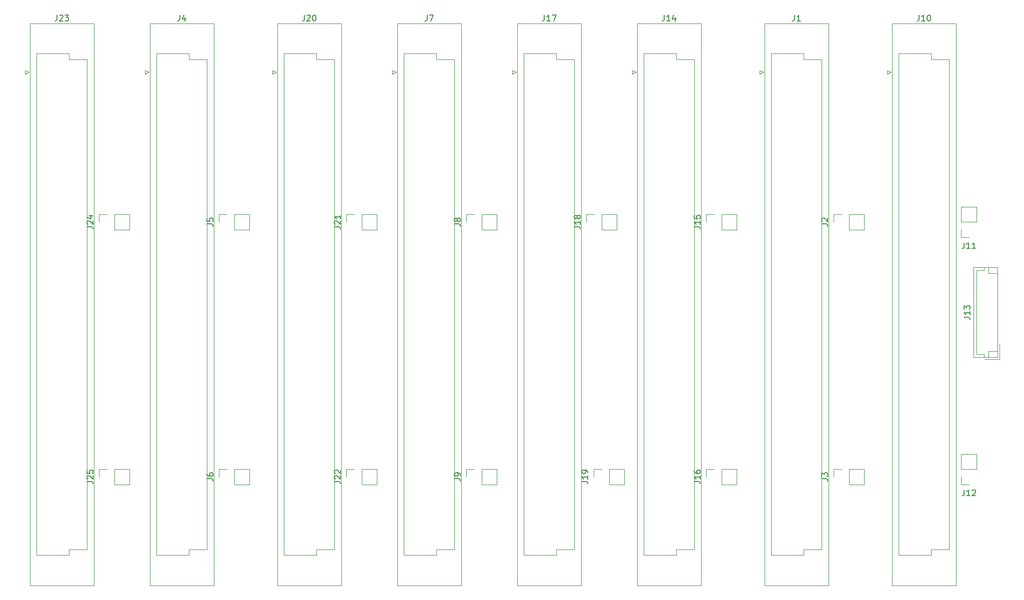
<source format=gbr>
%TF.GenerationSoftware,KiCad,Pcbnew,(5.1.10)-1*%
%TF.CreationDate,2022-01-28T17:59:32+01:00*%
%TF.ProjectId,Backplane,4261636b-706c-4616-9e65-2e6b69636164,rev?*%
%TF.SameCoordinates,Original*%
%TF.FileFunction,Legend,Top*%
%TF.FilePolarity,Positive*%
%FSLAX46Y46*%
G04 Gerber Fmt 4.6, Leading zero omitted, Abs format (unit mm)*
G04 Created by KiCad (PCBNEW (5.1.10)-1) date 2022-01-28 17:59:32*
%MOMM*%
%LPD*%
G01*
G04 APERTURE LIST*
%ADD10C,0.120000*%
%ADD11C,0.150000*%
G04 APERTURE END LIST*
D10*
%TO.C,J1*%
X181280000Y-57800000D02*
X192100000Y-57800000D01*
X192100000Y-57800000D02*
X192100000Y-153020000D01*
X192100000Y-153020000D02*
X181280000Y-153020000D01*
X181280000Y-153020000D02*
X181280000Y-57800000D01*
X181090000Y-66040000D02*
X180410000Y-65740000D01*
X180410000Y-65740000D02*
X180410000Y-66340000D01*
X180410000Y-66340000D02*
X181090000Y-66040000D01*
X182440000Y-62909000D02*
X187940000Y-62909000D01*
X187940000Y-62909000D02*
X187940000Y-63909000D01*
X187940000Y-63909000D02*
X190940000Y-63909000D01*
X190940000Y-63909000D02*
X190940000Y-146910000D01*
X190940000Y-146910000D02*
X187940000Y-146910000D01*
X187940000Y-146910000D02*
X187940000Y-147910000D01*
X187940000Y-147910000D02*
X182440000Y-147910000D01*
X182440000Y-147910000D02*
X182440000Y-62909000D01*
%TO.C,J2*%
X195580000Y-92770000D02*
X195580000Y-90110000D01*
X195580000Y-92770000D02*
X198180000Y-92770000D01*
X198180000Y-92770000D02*
X198180000Y-90110000D01*
X195580000Y-90110000D02*
X198180000Y-90110000D01*
X192980000Y-90110000D02*
X194310000Y-90110000D01*
X192980000Y-91440000D02*
X192980000Y-90110000D01*
%TO.C,J3*%
X195580000Y-135950000D02*
X195580000Y-133290000D01*
X195580000Y-135950000D02*
X198180000Y-135950000D01*
X198180000Y-135950000D02*
X198180000Y-133290000D01*
X195580000Y-133290000D02*
X198180000Y-133290000D01*
X192980000Y-133290000D02*
X194310000Y-133290000D01*
X192980000Y-134620000D02*
X192980000Y-133290000D01*
%TO.C,J4*%
X78300000Y-147910000D02*
X78300000Y-62909000D01*
X83800000Y-147910000D02*
X78300000Y-147910000D01*
X83800000Y-146910000D02*
X83800000Y-147910000D01*
X86800000Y-146910000D02*
X83800000Y-146910000D01*
X86800000Y-63909000D02*
X86800000Y-146910000D01*
X83800000Y-63909000D02*
X86800000Y-63909000D01*
X83800000Y-62909000D02*
X83800000Y-63909000D01*
X78300000Y-62909000D02*
X83800000Y-62909000D01*
X76270000Y-66340000D02*
X76950000Y-66040000D01*
X76270000Y-65740000D02*
X76270000Y-66340000D01*
X76950000Y-66040000D02*
X76270000Y-65740000D01*
X77140000Y-153020000D02*
X77140000Y-57800000D01*
X87960000Y-153020000D02*
X77140000Y-153020000D01*
X87960000Y-57800000D02*
X87960000Y-153020000D01*
X77140000Y-57800000D02*
X87960000Y-57800000D01*
%TO.C,J5*%
X88840000Y-91440000D02*
X88840000Y-90110000D01*
X88840000Y-90110000D02*
X90170000Y-90110000D01*
X91440000Y-90110000D02*
X94040000Y-90110000D01*
X94040000Y-92770000D02*
X94040000Y-90110000D01*
X91440000Y-92770000D02*
X94040000Y-92770000D01*
X91440000Y-92770000D02*
X91440000Y-90110000D01*
%TO.C,J6*%
X88840000Y-134620000D02*
X88840000Y-133290000D01*
X88840000Y-133290000D02*
X90170000Y-133290000D01*
X91440000Y-133290000D02*
X94040000Y-133290000D01*
X94040000Y-135950000D02*
X94040000Y-133290000D01*
X91440000Y-135950000D02*
X94040000Y-135950000D01*
X91440000Y-135950000D02*
X91440000Y-133290000D01*
%TO.C,J7*%
X119050000Y-57800000D02*
X129870000Y-57800000D01*
X129870000Y-57800000D02*
X129870000Y-153020000D01*
X129870000Y-153020000D02*
X119050000Y-153020000D01*
X119050000Y-153020000D02*
X119050000Y-57800000D01*
X118860000Y-66040000D02*
X118180000Y-65740000D01*
X118180000Y-65740000D02*
X118180000Y-66340000D01*
X118180000Y-66340000D02*
X118860000Y-66040000D01*
X120210000Y-62909000D02*
X125710000Y-62909000D01*
X125710000Y-62909000D02*
X125710000Y-63909000D01*
X125710000Y-63909000D02*
X128710000Y-63909000D01*
X128710000Y-63909000D02*
X128710000Y-146910000D01*
X128710000Y-146910000D02*
X125710000Y-146910000D01*
X125710000Y-146910000D02*
X125710000Y-147910000D01*
X125710000Y-147910000D02*
X120210000Y-147910000D01*
X120210000Y-147910000D02*
X120210000Y-62909000D01*
%TO.C,J8*%
X133350000Y-92770000D02*
X133350000Y-90110000D01*
X133350000Y-92770000D02*
X135950000Y-92770000D01*
X135950000Y-92770000D02*
X135950000Y-90110000D01*
X133350000Y-90110000D02*
X135950000Y-90110000D01*
X130750000Y-90110000D02*
X132080000Y-90110000D01*
X130750000Y-91440000D02*
X130750000Y-90110000D01*
%TO.C,J9*%
X130750000Y-134620000D02*
X130750000Y-133290000D01*
X130750000Y-133290000D02*
X132080000Y-133290000D01*
X133350000Y-133290000D02*
X135950000Y-133290000D01*
X135950000Y-135950000D02*
X135950000Y-133290000D01*
X133350000Y-135950000D02*
X135950000Y-135950000D01*
X133350000Y-135950000D02*
X133350000Y-133290000D01*
%TO.C,J10*%
X204030000Y-147910000D02*
X204030000Y-62909000D01*
X209530000Y-147910000D02*
X204030000Y-147910000D01*
X209530000Y-146910000D02*
X209530000Y-147910000D01*
X212530000Y-146910000D02*
X209530000Y-146910000D01*
X212530000Y-63909000D02*
X212530000Y-146910000D01*
X209530000Y-63909000D02*
X212530000Y-63909000D01*
X209530000Y-62909000D02*
X209530000Y-63909000D01*
X204030000Y-62909000D02*
X209530000Y-62909000D01*
X202000000Y-66340000D02*
X202680000Y-66040000D01*
X202000000Y-65740000D02*
X202000000Y-66340000D01*
X202680000Y-66040000D02*
X202000000Y-65740000D01*
X202870000Y-153020000D02*
X202870000Y-57800000D01*
X213690000Y-153020000D02*
X202870000Y-153020000D01*
X213690000Y-57800000D02*
X213690000Y-153020000D01*
X202870000Y-57800000D02*
X213690000Y-57800000D01*
%TO.C,J11*%
X215900000Y-94040000D02*
X214570000Y-94040000D01*
X214570000Y-94040000D02*
X214570000Y-92710000D01*
X214570000Y-91440000D02*
X214570000Y-88840000D01*
X217230000Y-88840000D02*
X214570000Y-88840000D01*
X217230000Y-91440000D02*
X217230000Y-88840000D01*
X217230000Y-91440000D02*
X214570000Y-91440000D01*
%TO.C,J12*%
X217230000Y-133350000D02*
X214570000Y-133350000D01*
X217230000Y-133350000D02*
X217230000Y-130750000D01*
X217230000Y-130750000D02*
X214570000Y-130750000D01*
X214570000Y-133350000D02*
X214570000Y-130750000D01*
X214570000Y-135950000D02*
X214570000Y-134620000D01*
X215900000Y-135950000D02*
X214570000Y-135950000D01*
%TO.C,J13*%
X221050000Y-114670000D02*
X221050000Y-112170000D01*
X218550000Y-114670000D02*
X221050000Y-114670000D01*
X219250000Y-100150000D02*
X220750000Y-100150000D01*
X219250000Y-99150000D02*
X219250000Y-100150000D01*
X219250000Y-113370000D02*
X220750000Y-113370000D01*
X219250000Y-114370000D02*
X219250000Y-113370000D01*
X218440000Y-99650000D02*
X218440000Y-99150000D01*
X217230000Y-99650000D02*
X218440000Y-99650000D01*
X217230000Y-113870000D02*
X217230000Y-99650000D01*
X218440000Y-113870000D02*
X217230000Y-113870000D01*
X218440000Y-114370000D02*
X218440000Y-113870000D01*
X216730000Y-99150000D02*
X216730000Y-114370000D01*
X220750000Y-99150000D02*
X216730000Y-99150000D01*
X220750000Y-114370000D02*
X220750000Y-99150000D01*
X216730000Y-114370000D02*
X220750000Y-114370000D01*
%TO.C,J14*%
X159690000Y-57800000D02*
X170510000Y-57800000D01*
X170510000Y-57800000D02*
X170510000Y-153020000D01*
X170510000Y-153020000D02*
X159690000Y-153020000D01*
X159690000Y-153020000D02*
X159690000Y-57800000D01*
X159500000Y-66040000D02*
X158820000Y-65740000D01*
X158820000Y-65740000D02*
X158820000Y-66340000D01*
X158820000Y-66340000D02*
X159500000Y-66040000D01*
X160850000Y-62909000D02*
X166350000Y-62909000D01*
X166350000Y-62909000D02*
X166350000Y-63909000D01*
X166350000Y-63909000D02*
X169350000Y-63909000D01*
X169350000Y-63909000D02*
X169350000Y-146910000D01*
X169350000Y-146910000D02*
X166350000Y-146910000D01*
X166350000Y-146910000D02*
X166350000Y-147910000D01*
X166350000Y-147910000D02*
X160850000Y-147910000D01*
X160850000Y-147910000D02*
X160850000Y-62909000D01*
%TO.C,J15*%
X171390000Y-91440000D02*
X171390000Y-90110000D01*
X171390000Y-90110000D02*
X172720000Y-90110000D01*
X173990000Y-90110000D02*
X176590000Y-90110000D01*
X176590000Y-92770000D02*
X176590000Y-90110000D01*
X173990000Y-92770000D02*
X176590000Y-92770000D01*
X173990000Y-92770000D02*
X173990000Y-90110000D01*
%TO.C,J16*%
X171390000Y-134620000D02*
X171390000Y-133290000D01*
X171390000Y-133290000D02*
X172720000Y-133290000D01*
X173990000Y-133290000D02*
X176590000Y-133290000D01*
X176590000Y-135950000D02*
X176590000Y-133290000D01*
X173990000Y-135950000D02*
X176590000Y-135950000D01*
X173990000Y-135950000D02*
X173990000Y-133290000D01*
%TO.C,J17*%
X140530000Y-147910000D02*
X140530000Y-62909000D01*
X146030000Y-147910000D02*
X140530000Y-147910000D01*
X146030000Y-146910000D02*
X146030000Y-147910000D01*
X149030000Y-146910000D02*
X146030000Y-146910000D01*
X149030000Y-63909000D02*
X149030000Y-146910000D01*
X146030000Y-63909000D02*
X149030000Y-63909000D01*
X146030000Y-62909000D02*
X146030000Y-63909000D01*
X140530000Y-62909000D02*
X146030000Y-62909000D01*
X138500000Y-66340000D02*
X139180000Y-66040000D01*
X138500000Y-65740000D02*
X138500000Y-66340000D01*
X139180000Y-66040000D02*
X138500000Y-65740000D01*
X139370000Y-153020000D02*
X139370000Y-57800000D01*
X150190000Y-153020000D02*
X139370000Y-153020000D01*
X150190000Y-57800000D02*
X150190000Y-153020000D01*
X139370000Y-57800000D02*
X150190000Y-57800000D01*
%TO.C,J18*%
X153670000Y-92770000D02*
X153670000Y-90110000D01*
X153670000Y-92770000D02*
X156270000Y-92770000D01*
X156270000Y-92770000D02*
X156270000Y-90110000D01*
X153670000Y-90110000D02*
X156270000Y-90110000D01*
X151070000Y-90110000D02*
X152400000Y-90110000D01*
X151070000Y-91440000D02*
X151070000Y-90110000D01*
%TO.C,J19*%
X154940000Y-135950000D02*
X154940000Y-133290000D01*
X154940000Y-135950000D02*
X157540000Y-135950000D01*
X157540000Y-135950000D02*
X157540000Y-133290000D01*
X154940000Y-133290000D02*
X157540000Y-133290000D01*
X152340000Y-133290000D02*
X153670000Y-133290000D01*
X152340000Y-134620000D02*
X152340000Y-133290000D01*
%TO.C,J20*%
X99890000Y-147910000D02*
X99890000Y-62909000D01*
X105390000Y-147910000D02*
X99890000Y-147910000D01*
X105390000Y-146910000D02*
X105390000Y-147910000D01*
X108390000Y-146910000D02*
X105390000Y-146910000D01*
X108390000Y-63909000D02*
X108390000Y-146910000D01*
X105390000Y-63909000D02*
X108390000Y-63909000D01*
X105390000Y-62909000D02*
X105390000Y-63909000D01*
X99890000Y-62909000D02*
X105390000Y-62909000D01*
X97860000Y-66340000D02*
X98540000Y-66040000D01*
X97860000Y-65740000D02*
X97860000Y-66340000D01*
X98540000Y-66040000D02*
X97860000Y-65740000D01*
X98730000Y-153020000D02*
X98730000Y-57800000D01*
X109550000Y-153020000D02*
X98730000Y-153020000D01*
X109550000Y-57800000D02*
X109550000Y-153020000D01*
X98730000Y-57800000D02*
X109550000Y-57800000D01*
%TO.C,J21*%
X113030000Y-92770000D02*
X113030000Y-90110000D01*
X113030000Y-92770000D02*
X115630000Y-92770000D01*
X115630000Y-92770000D02*
X115630000Y-90110000D01*
X113030000Y-90110000D02*
X115630000Y-90110000D01*
X110430000Y-90110000D02*
X111760000Y-90110000D01*
X110430000Y-91440000D02*
X110430000Y-90110000D01*
%TO.C,J22*%
X113030000Y-135950000D02*
X113030000Y-133290000D01*
X113030000Y-135950000D02*
X115630000Y-135950000D01*
X115630000Y-135950000D02*
X115630000Y-133290000D01*
X113030000Y-133290000D02*
X115630000Y-133290000D01*
X110430000Y-133290000D02*
X111760000Y-133290000D01*
X110430000Y-134620000D02*
X110430000Y-133290000D01*
%TO.C,J23*%
X56820000Y-57800000D02*
X67640000Y-57800000D01*
X67640000Y-57800000D02*
X67640000Y-153020000D01*
X67640000Y-153020000D02*
X56820000Y-153020000D01*
X56820000Y-153020000D02*
X56820000Y-57800000D01*
X56630000Y-66040000D02*
X55950000Y-65740000D01*
X55950000Y-65740000D02*
X55950000Y-66340000D01*
X55950000Y-66340000D02*
X56630000Y-66040000D01*
X57980000Y-62909000D02*
X63480000Y-62909000D01*
X63480000Y-62909000D02*
X63480000Y-63909000D01*
X63480000Y-63909000D02*
X66480000Y-63909000D01*
X66480000Y-63909000D02*
X66480000Y-146910000D01*
X66480000Y-146910000D02*
X63480000Y-146910000D01*
X63480000Y-146910000D02*
X63480000Y-147910000D01*
X63480000Y-147910000D02*
X57980000Y-147910000D01*
X57980000Y-147910000D02*
X57980000Y-62909000D01*
%TO.C,J24*%
X68520000Y-91440000D02*
X68520000Y-90110000D01*
X68520000Y-90110000D02*
X69850000Y-90110000D01*
X71120000Y-90110000D02*
X73720000Y-90110000D01*
X73720000Y-92770000D02*
X73720000Y-90110000D01*
X71120000Y-92770000D02*
X73720000Y-92770000D01*
X71120000Y-92770000D02*
X71120000Y-90110000D01*
%TO.C,J25*%
X68520000Y-134620000D02*
X68520000Y-133290000D01*
X68520000Y-133290000D02*
X69850000Y-133290000D01*
X71120000Y-133290000D02*
X73720000Y-133290000D01*
X73720000Y-135950000D02*
X73720000Y-133290000D01*
X71120000Y-135950000D02*
X73720000Y-135950000D01*
X71120000Y-135950000D02*
X71120000Y-133290000D01*
%TO.C,J1*%
D11*
X186356666Y-56362380D02*
X186356666Y-57076666D01*
X186309047Y-57219523D01*
X186213809Y-57314761D01*
X186070952Y-57362380D01*
X185975714Y-57362380D01*
X187356666Y-57362380D02*
X186785238Y-57362380D01*
X187070952Y-57362380D02*
X187070952Y-56362380D01*
X186975714Y-56505238D01*
X186880476Y-56600476D01*
X186785238Y-56648095D01*
%TO.C,J2*%
X190992380Y-91773333D02*
X191706666Y-91773333D01*
X191849523Y-91820952D01*
X191944761Y-91916190D01*
X191992380Y-92059047D01*
X191992380Y-92154285D01*
X191087619Y-91344761D02*
X191040000Y-91297142D01*
X190992380Y-91201904D01*
X190992380Y-90963809D01*
X191040000Y-90868571D01*
X191087619Y-90820952D01*
X191182857Y-90773333D01*
X191278095Y-90773333D01*
X191420952Y-90820952D01*
X191992380Y-91392380D01*
X191992380Y-90773333D01*
%TO.C,J3*%
X190992380Y-134953333D02*
X191706666Y-134953333D01*
X191849523Y-135000952D01*
X191944761Y-135096190D01*
X191992380Y-135239047D01*
X191992380Y-135334285D01*
X190992380Y-134572380D02*
X190992380Y-133953333D01*
X191373333Y-134286666D01*
X191373333Y-134143809D01*
X191420952Y-134048571D01*
X191468571Y-134000952D01*
X191563809Y-133953333D01*
X191801904Y-133953333D01*
X191897142Y-134000952D01*
X191944761Y-134048571D01*
X191992380Y-134143809D01*
X191992380Y-134429523D01*
X191944761Y-134524761D01*
X191897142Y-134572380D01*
%TO.C,J4*%
X82216666Y-56362380D02*
X82216666Y-57076666D01*
X82169047Y-57219523D01*
X82073809Y-57314761D01*
X81930952Y-57362380D01*
X81835714Y-57362380D01*
X83121428Y-56695714D02*
X83121428Y-57362380D01*
X82883333Y-56314761D02*
X82645238Y-57029047D01*
X83264285Y-57029047D01*
%TO.C,J5*%
X86852380Y-91773333D02*
X87566666Y-91773333D01*
X87709523Y-91820952D01*
X87804761Y-91916190D01*
X87852380Y-92059047D01*
X87852380Y-92154285D01*
X86852380Y-90820952D02*
X86852380Y-91297142D01*
X87328571Y-91344761D01*
X87280952Y-91297142D01*
X87233333Y-91201904D01*
X87233333Y-90963809D01*
X87280952Y-90868571D01*
X87328571Y-90820952D01*
X87423809Y-90773333D01*
X87661904Y-90773333D01*
X87757142Y-90820952D01*
X87804761Y-90868571D01*
X87852380Y-90963809D01*
X87852380Y-91201904D01*
X87804761Y-91297142D01*
X87757142Y-91344761D01*
%TO.C,J6*%
X86852380Y-134953333D02*
X87566666Y-134953333D01*
X87709523Y-135000952D01*
X87804761Y-135096190D01*
X87852380Y-135239047D01*
X87852380Y-135334285D01*
X86852380Y-134048571D02*
X86852380Y-134239047D01*
X86900000Y-134334285D01*
X86947619Y-134381904D01*
X87090476Y-134477142D01*
X87280952Y-134524761D01*
X87661904Y-134524761D01*
X87757142Y-134477142D01*
X87804761Y-134429523D01*
X87852380Y-134334285D01*
X87852380Y-134143809D01*
X87804761Y-134048571D01*
X87757142Y-134000952D01*
X87661904Y-133953333D01*
X87423809Y-133953333D01*
X87328571Y-134000952D01*
X87280952Y-134048571D01*
X87233333Y-134143809D01*
X87233333Y-134334285D01*
X87280952Y-134429523D01*
X87328571Y-134477142D01*
X87423809Y-134524761D01*
%TO.C,J7*%
X124126666Y-56362380D02*
X124126666Y-57076666D01*
X124079047Y-57219523D01*
X123983809Y-57314761D01*
X123840952Y-57362380D01*
X123745714Y-57362380D01*
X124507619Y-56362380D02*
X125174285Y-56362380D01*
X124745714Y-57362380D01*
%TO.C,J8*%
X128762380Y-91773333D02*
X129476666Y-91773333D01*
X129619523Y-91820952D01*
X129714761Y-91916190D01*
X129762380Y-92059047D01*
X129762380Y-92154285D01*
X129190952Y-91154285D02*
X129143333Y-91249523D01*
X129095714Y-91297142D01*
X129000476Y-91344761D01*
X128952857Y-91344761D01*
X128857619Y-91297142D01*
X128810000Y-91249523D01*
X128762380Y-91154285D01*
X128762380Y-90963809D01*
X128810000Y-90868571D01*
X128857619Y-90820952D01*
X128952857Y-90773333D01*
X129000476Y-90773333D01*
X129095714Y-90820952D01*
X129143333Y-90868571D01*
X129190952Y-90963809D01*
X129190952Y-91154285D01*
X129238571Y-91249523D01*
X129286190Y-91297142D01*
X129381428Y-91344761D01*
X129571904Y-91344761D01*
X129667142Y-91297142D01*
X129714761Y-91249523D01*
X129762380Y-91154285D01*
X129762380Y-90963809D01*
X129714761Y-90868571D01*
X129667142Y-90820952D01*
X129571904Y-90773333D01*
X129381428Y-90773333D01*
X129286190Y-90820952D01*
X129238571Y-90868571D01*
X129190952Y-90963809D01*
%TO.C,J9*%
X128762380Y-134953333D02*
X129476666Y-134953333D01*
X129619523Y-135000952D01*
X129714761Y-135096190D01*
X129762380Y-135239047D01*
X129762380Y-135334285D01*
X129762380Y-134429523D02*
X129762380Y-134239047D01*
X129714761Y-134143809D01*
X129667142Y-134096190D01*
X129524285Y-134000952D01*
X129333809Y-133953333D01*
X128952857Y-133953333D01*
X128857619Y-134000952D01*
X128810000Y-134048571D01*
X128762380Y-134143809D01*
X128762380Y-134334285D01*
X128810000Y-134429523D01*
X128857619Y-134477142D01*
X128952857Y-134524761D01*
X129190952Y-134524761D01*
X129286190Y-134477142D01*
X129333809Y-134429523D01*
X129381428Y-134334285D01*
X129381428Y-134143809D01*
X129333809Y-134048571D01*
X129286190Y-134000952D01*
X129190952Y-133953333D01*
%TO.C,J10*%
X207470476Y-56362380D02*
X207470476Y-57076666D01*
X207422857Y-57219523D01*
X207327619Y-57314761D01*
X207184761Y-57362380D01*
X207089523Y-57362380D01*
X208470476Y-57362380D02*
X207899047Y-57362380D01*
X208184761Y-57362380D02*
X208184761Y-56362380D01*
X208089523Y-56505238D01*
X207994285Y-56600476D01*
X207899047Y-56648095D01*
X209089523Y-56362380D02*
X209184761Y-56362380D01*
X209280000Y-56410000D01*
X209327619Y-56457619D01*
X209375238Y-56552857D01*
X209422857Y-56743333D01*
X209422857Y-56981428D01*
X209375238Y-57171904D01*
X209327619Y-57267142D01*
X209280000Y-57314761D01*
X209184761Y-57362380D01*
X209089523Y-57362380D01*
X208994285Y-57314761D01*
X208946666Y-57267142D01*
X208899047Y-57171904D01*
X208851428Y-56981428D01*
X208851428Y-56743333D01*
X208899047Y-56552857D01*
X208946666Y-56457619D01*
X208994285Y-56410000D01*
X209089523Y-56362380D01*
%TO.C,J11*%
X215090476Y-94932380D02*
X215090476Y-95646666D01*
X215042857Y-95789523D01*
X214947619Y-95884761D01*
X214804761Y-95932380D01*
X214709523Y-95932380D01*
X216090476Y-95932380D02*
X215519047Y-95932380D01*
X215804761Y-95932380D02*
X215804761Y-94932380D01*
X215709523Y-95075238D01*
X215614285Y-95170476D01*
X215519047Y-95218095D01*
X217042857Y-95932380D02*
X216471428Y-95932380D01*
X216757142Y-95932380D02*
X216757142Y-94932380D01*
X216661904Y-95075238D01*
X216566666Y-95170476D01*
X216471428Y-95218095D01*
%TO.C,J12*%
X215090476Y-136842380D02*
X215090476Y-137556666D01*
X215042857Y-137699523D01*
X214947619Y-137794761D01*
X214804761Y-137842380D01*
X214709523Y-137842380D01*
X216090476Y-137842380D02*
X215519047Y-137842380D01*
X215804761Y-137842380D02*
X215804761Y-136842380D01*
X215709523Y-136985238D01*
X215614285Y-137080476D01*
X215519047Y-137128095D01*
X216471428Y-136937619D02*
X216519047Y-136890000D01*
X216614285Y-136842380D01*
X216852380Y-136842380D01*
X216947619Y-136890000D01*
X216995238Y-136937619D01*
X217042857Y-137032857D01*
X217042857Y-137128095D01*
X216995238Y-137270952D01*
X216423809Y-137842380D01*
X217042857Y-137842380D01*
%TO.C,J13*%
X215092380Y-107569523D02*
X215806666Y-107569523D01*
X215949523Y-107617142D01*
X216044761Y-107712380D01*
X216092380Y-107855238D01*
X216092380Y-107950476D01*
X216092380Y-106569523D02*
X216092380Y-107140952D01*
X216092380Y-106855238D02*
X215092380Y-106855238D01*
X215235238Y-106950476D01*
X215330476Y-107045714D01*
X215378095Y-107140952D01*
X215092380Y-106236190D02*
X215092380Y-105617142D01*
X215473333Y-105950476D01*
X215473333Y-105807619D01*
X215520952Y-105712380D01*
X215568571Y-105664761D01*
X215663809Y-105617142D01*
X215901904Y-105617142D01*
X215997142Y-105664761D01*
X216044761Y-105712380D01*
X216092380Y-105807619D01*
X216092380Y-106093333D01*
X216044761Y-106188571D01*
X215997142Y-106236190D01*
%TO.C,J14*%
X164290476Y-56362380D02*
X164290476Y-57076666D01*
X164242857Y-57219523D01*
X164147619Y-57314761D01*
X164004761Y-57362380D01*
X163909523Y-57362380D01*
X165290476Y-57362380D02*
X164719047Y-57362380D01*
X165004761Y-57362380D02*
X165004761Y-56362380D01*
X164909523Y-56505238D01*
X164814285Y-56600476D01*
X164719047Y-56648095D01*
X166147619Y-56695714D02*
X166147619Y-57362380D01*
X165909523Y-56314761D02*
X165671428Y-57029047D01*
X166290476Y-57029047D01*
%TO.C,J15*%
X169402380Y-92249523D02*
X170116666Y-92249523D01*
X170259523Y-92297142D01*
X170354761Y-92392380D01*
X170402380Y-92535238D01*
X170402380Y-92630476D01*
X170402380Y-91249523D02*
X170402380Y-91820952D01*
X170402380Y-91535238D02*
X169402380Y-91535238D01*
X169545238Y-91630476D01*
X169640476Y-91725714D01*
X169688095Y-91820952D01*
X169402380Y-90344761D02*
X169402380Y-90820952D01*
X169878571Y-90868571D01*
X169830952Y-90820952D01*
X169783333Y-90725714D01*
X169783333Y-90487619D01*
X169830952Y-90392380D01*
X169878571Y-90344761D01*
X169973809Y-90297142D01*
X170211904Y-90297142D01*
X170307142Y-90344761D01*
X170354761Y-90392380D01*
X170402380Y-90487619D01*
X170402380Y-90725714D01*
X170354761Y-90820952D01*
X170307142Y-90868571D01*
%TO.C,J16*%
X169402380Y-135429523D02*
X170116666Y-135429523D01*
X170259523Y-135477142D01*
X170354761Y-135572380D01*
X170402380Y-135715238D01*
X170402380Y-135810476D01*
X170402380Y-134429523D02*
X170402380Y-135000952D01*
X170402380Y-134715238D02*
X169402380Y-134715238D01*
X169545238Y-134810476D01*
X169640476Y-134905714D01*
X169688095Y-135000952D01*
X169402380Y-133572380D02*
X169402380Y-133762857D01*
X169450000Y-133858095D01*
X169497619Y-133905714D01*
X169640476Y-134000952D01*
X169830952Y-134048571D01*
X170211904Y-134048571D01*
X170307142Y-134000952D01*
X170354761Y-133953333D01*
X170402380Y-133858095D01*
X170402380Y-133667619D01*
X170354761Y-133572380D01*
X170307142Y-133524761D01*
X170211904Y-133477142D01*
X169973809Y-133477142D01*
X169878571Y-133524761D01*
X169830952Y-133572380D01*
X169783333Y-133667619D01*
X169783333Y-133858095D01*
X169830952Y-133953333D01*
X169878571Y-134000952D01*
X169973809Y-134048571D01*
%TO.C,J17*%
X143970476Y-56362380D02*
X143970476Y-57076666D01*
X143922857Y-57219523D01*
X143827619Y-57314761D01*
X143684761Y-57362380D01*
X143589523Y-57362380D01*
X144970476Y-57362380D02*
X144399047Y-57362380D01*
X144684761Y-57362380D02*
X144684761Y-56362380D01*
X144589523Y-56505238D01*
X144494285Y-56600476D01*
X144399047Y-56648095D01*
X145303809Y-56362380D02*
X145970476Y-56362380D01*
X145541904Y-57362380D01*
%TO.C,J18*%
X149082380Y-92249523D02*
X149796666Y-92249523D01*
X149939523Y-92297142D01*
X150034761Y-92392380D01*
X150082380Y-92535238D01*
X150082380Y-92630476D01*
X150082380Y-91249523D02*
X150082380Y-91820952D01*
X150082380Y-91535238D02*
X149082380Y-91535238D01*
X149225238Y-91630476D01*
X149320476Y-91725714D01*
X149368095Y-91820952D01*
X149510952Y-90678095D02*
X149463333Y-90773333D01*
X149415714Y-90820952D01*
X149320476Y-90868571D01*
X149272857Y-90868571D01*
X149177619Y-90820952D01*
X149130000Y-90773333D01*
X149082380Y-90678095D01*
X149082380Y-90487619D01*
X149130000Y-90392380D01*
X149177619Y-90344761D01*
X149272857Y-90297142D01*
X149320476Y-90297142D01*
X149415714Y-90344761D01*
X149463333Y-90392380D01*
X149510952Y-90487619D01*
X149510952Y-90678095D01*
X149558571Y-90773333D01*
X149606190Y-90820952D01*
X149701428Y-90868571D01*
X149891904Y-90868571D01*
X149987142Y-90820952D01*
X150034761Y-90773333D01*
X150082380Y-90678095D01*
X150082380Y-90487619D01*
X150034761Y-90392380D01*
X149987142Y-90344761D01*
X149891904Y-90297142D01*
X149701428Y-90297142D01*
X149606190Y-90344761D01*
X149558571Y-90392380D01*
X149510952Y-90487619D01*
%TO.C,J19*%
X150352380Y-135429523D02*
X151066666Y-135429523D01*
X151209523Y-135477142D01*
X151304761Y-135572380D01*
X151352380Y-135715238D01*
X151352380Y-135810476D01*
X151352380Y-134429523D02*
X151352380Y-135000952D01*
X151352380Y-134715238D02*
X150352380Y-134715238D01*
X150495238Y-134810476D01*
X150590476Y-134905714D01*
X150638095Y-135000952D01*
X151352380Y-133953333D02*
X151352380Y-133762857D01*
X151304761Y-133667619D01*
X151257142Y-133620000D01*
X151114285Y-133524761D01*
X150923809Y-133477142D01*
X150542857Y-133477142D01*
X150447619Y-133524761D01*
X150400000Y-133572380D01*
X150352380Y-133667619D01*
X150352380Y-133858095D01*
X150400000Y-133953333D01*
X150447619Y-134000952D01*
X150542857Y-134048571D01*
X150780952Y-134048571D01*
X150876190Y-134000952D01*
X150923809Y-133953333D01*
X150971428Y-133858095D01*
X150971428Y-133667619D01*
X150923809Y-133572380D01*
X150876190Y-133524761D01*
X150780952Y-133477142D01*
%TO.C,J20*%
X103330476Y-56362380D02*
X103330476Y-57076666D01*
X103282857Y-57219523D01*
X103187619Y-57314761D01*
X103044761Y-57362380D01*
X102949523Y-57362380D01*
X103759047Y-56457619D02*
X103806666Y-56410000D01*
X103901904Y-56362380D01*
X104140000Y-56362380D01*
X104235238Y-56410000D01*
X104282857Y-56457619D01*
X104330476Y-56552857D01*
X104330476Y-56648095D01*
X104282857Y-56790952D01*
X103711428Y-57362380D01*
X104330476Y-57362380D01*
X104949523Y-56362380D02*
X105044761Y-56362380D01*
X105140000Y-56410000D01*
X105187619Y-56457619D01*
X105235238Y-56552857D01*
X105282857Y-56743333D01*
X105282857Y-56981428D01*
X105235238Y-57171904D01*
X105187619Y-57267142D01*
X105140000Y-57314761D01*
X105044761Y-57362380D01*
X104949523Y-57362380D01*
X104854285Y-57314761D01*
X104806666Y-57267142D01*
X104759047Y-57171904D01*
X104711428Y-56981428D01*
X104711428Y-56743333D01*
X104759047Y-56552857D01*
X104806666Y-56457619D01*
X104854285Y-56410000D01*
X104949523Y-56362380D01*
%TO.C,J21*%
X108442380Y-92249523D02*
X109156666Y-92249523D01*
X109299523Y-92297142D01*
X109394761Y-92392380D01*
X109442380Y-92535238D01*
X109442380Y-92630476D01*
X108537619Y-91820952D02*
X108490000Y-91773333D01*
X108442380Y-91678095D01*
X108442380Y-91440000D01*
X108490000Y-91344761D01*
X108537619Y-91297142D01*
X108632857Y-91249523D01*
X108728095Y-91249523D01*
X108870952Y-91297142D01*
X109442380Y-91868571D01*
X109442380Y-91249523D01*
X109442380Y-90297142D02*
X109442380Y-90868571D01*
X109442380Y-90582857D02*
X108442380Y-90582857D01*
X108585238Y-90678095D01*
X108680476Y-90773333D01*
X108728095Y-90868571D01*
%TO.C,J22*%
X108442380Y-135429523D02*
X109156666Y-135429523D01*
X109299523Y-135477142D01*
X109394761Y-135572380D01*
X109442380Y-135715238D01*
X109442380Y-135810476D01*
X108537619Y-135000952D02*
X108490000Y-134953333D01*
X108442380Y-134858095D01*
X108442380Y-134620000D01*
X108490000Y-134524761D01*
X108537619Y-134477142D01*
X108632857Y-134429523D01*
X108728095Y-134429523D01*
X108870952Y-134477142D01*
X109442380Y-135048571D01*
X109442380Y-134429523D01*
X108537619Y-134048571D02*
X108490000Y-134000952D01*
X108442380Y-133905714D01*
X108442380Y-133667619D01*
X108490000Y-133572380D01*
X108537619Y-133524761D01*
X108632857Y-133477142D01*
X108728095Y-133477142D01*
X108870952Y-133524761D01*
X109442380Y-134096190D01*
X109442380Y-133477142D01*
%TO.C,J23*%
X61420476Y-56362380D02*
X61420476Y-57076666D01*
X61372857Y-57219523D01*
X61277619Y-57314761D01*
X61134761Y-57362380D01*
X61039523Y-57362380D01*
X61849047Y-56457619D02*
X61896666Y-56410000D01*
X61991904Y-56362380D01*
X62230000Y-56362380D01*
X62325238Y-56410000D01*
X62372857Y-56457619D01*
X62420476Y-56552857D01*
X62420476Y-56648095D01*
X62372857Y-56790952D01*
X61801428Y-57362380D01*
X62420476Y-57362380D01*
X62753809Y-56362380D02*
X63372857Y-56362380D01*
X63039523Y-56743333D01*
X63182380Y-56743333D01*
X63277619Y-56790952D01*
X63325238Y-56838571D01*
X63372857Y-56933809D01*
X63372857Y-57171904D01*
X63325238Y-57267142D01*
X63277619Y-57314761D01*
X63182380Y-57362380D01*
X62896666Y-57362380D01*
X62801428Y-57314761D01*
X62753809Y-57267142D01*
%TO.C,J24*%
X66532380Y-92249523D02*
X67246666Y-92249523D01*
X67389523Y-92297142D01*
X67484761Y-92392380D01*
X67532380Y-92535238D01*
X67532380Y-92630476D01*
X66627619Y-91820952D02*
X66580000Y-91773333D01*
X66532380Y-91678095D01*
X66532380Y-91440000D01*
X66580000Y-91344761D01*
X66627619Y-91297142D01*
X66722857Y-91249523D01*
X66818095Y-91249523D01*
X66960952Y-91297142D01*
X67532380Y-91868571D01*
X67532380Y-91249523D01*
X66865714Y-90392380D02*
X67532380Y-90392380D01*
X66484761Y-90630476D02*
X67199047Y-90868571D01*
X67199047Y-90249523D01*
%TO.C,J25*%
X66532380Y-135429523D02*
X67246666Y-135429523D01*
X67389523Y-135477142D01*
X67484761Y-135572380D01*
X67532380Y-135715238D01*
X67532380Y-135810476D01*
X66627619Y-135000952D02*
X66580000Y-134953333D01*
X66532380Y-134858095D01*
X66532380Y-134620000D01*
X66580000Y-134524761D01*
X66627619Y-134477142D01*
X66722857Y-134429523D01*
X66818095Y-134429523D01*
X66960952Y-134477142D01*
X67532380Y-135048571D01*
X67532380Y-134429523D01*
X66532380Y-133524761D02*
X66532380Y-134000952D01*
X67008571Y-134048571D01*
X66960952Y-134000952D01*
X66913333Y-133905714D01*
X66913333Y-133667619D01*
X66960952Y-133572380D01*
X67008571Y-133524761D01*
X67103809Y-133477142D01*
X67341904Y-133477142D01*
X67437142Y-133524761D01*
X67484761Y-133572380D01*
X67532380Y-133667619D01*
X67532380Y-133905714D01*
X67484761Y-134000952D01*
X67437142Y-134048571D01*
%TD*%
M02*

</source>
